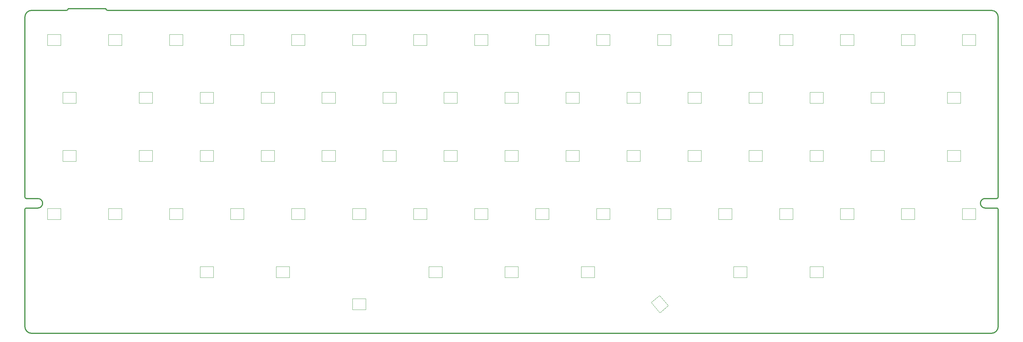
<source format=gm1>
%TF.GenerationSoftware,KiCad,Pcbnew,(6.0.0-0)*%
%TF.CreationDate,2022-01-09T21:23:33+09:00*%
%TF.ProjectId,nora,6e6f7261-2e6b-4696-9361-645f70636258,DN:0031*%
%TF.SameCoordinates,Original*%
%TF.FileFunction,Profile,NP*%
%FSLAX46Y46*%
G04 Gerber Fmt 4.6, Leading zero omitted, Abs format (unit mm)*
G04 Created by KiCad (PCBNEW (6.0.0-0)) date 2022-01-09 21:23:33*
%MOMM*%
%LPD*%
G01*
G04 APERTURE LIST*
%TA.AperFunction,Profile*%
%ADD10C,0.300000*%
%TD*%
%TA.AperFunction,Profile*%
%ADD11C,0.120000*%
%TD*%
G04 APERTURE END LIST*
D10*
X303800000Y-80450000D02*
X307200000Y-80450000D01*
X307600000Y-77250000D02*
X307600000Y-24550000D01*
X23000000Y-80450000D02*
X26400000Y-80450000D01*
X35300000Y-22050000D02*
X46300000Y-22050000D01*
X303800000Y-77650000D02*
X307200000Y-77650000D01*
X305600000Y-117150000D02*
X24600000Y-117150000D01*
X26400000Y-77650000D02*
X23000000Y-77650000D01*
X22600000Y-77250000D02*
X22600000Y-24550000D01*
X307600000Y-80850000D02*
X307600000Y-115150000D01*
X305600000Y-22550000D02*
X46800000Y-22550000D01*
X24600000Y-22550000D02*
X34800000Y-22550000D01*
X22600000Y-115150000D02*
X22600000Y-80850000D01*
X303800000Y-77650000D02*
G75*
G03*
X302400000Y-79050000I2J-1400002D01*
G01*
X26400000Y-80450000D02*
G75*
G03*
X27800000Y-79050000I-2J1400002D01*
G01*
X307600000Y-24550000D02*
G75*
G03*
X305600000Y-22550000I-1999999J1D01*
G01*
X302400000Y-79050000D02*
G75*
G03*
X303800000Y-80450000I1400002J2D01*
G01*
X46300000Y-22050000D02*
G75*
G03*
X46800000Y-22550000I500001J1D01*
G01*
X22600000Y-115150000D02*
G75*
G03*
X24600000Y-117150000I1999999J-1D01*
G01*
X307200000Y-77650000D02*
G75*
G03*
X307600000Y-77250000I1J399999D01*
G01*
X22600000Y-77250000D02*
G75*
G03*
X23000000Y-77650000I399999J-1D01*
G01*
X27800000Y-79050000D02*
G75*
G03*
X26400000Y-77650000I-1400002J-2D01*
G01*
X34800000Y-22550000D02*
G75*
G03*
X35300000Y-22050000I-1J500001D01*
G01*
X305600000Y-117150000D02*
G75*
G03*
X307600000Y-115150000I1J1999999D01*
G01*
X307600000Y-80850000D02*
G75*
G03*
X307200000Y-80450000I-399999J1D01*
G01*
X24600000Y-22550000D02*
G75*
G03*
X22600000Y-24550000I-1J-1999999D01*
G01*
X23000000Y-80450000D02*
G75*
G03*
X22600000Y-80850000I-1J-399999D01*
G01*
D11*
X33129672Y-29575520D02*
X33129672Y-32775520D01*
X29229672Y-32775520D02*
X29229672Y-29575520D01*
X29229672Y-29575520D02*
X33129672Y-29575520D01*
X33129672Y-32775520D02*
X29229672Y-32775520D01*
X47084333Y-29575520D02*
X50984333Y-29575520D01*
X50984333Y-32775520D02*
X47084333Y-32775520D01*
X50984333Y-29575520D02*
X50984333Y-32775520D01*
X47084333Y-32775520D02*
X47084333Y-29575520D01*
X68843666Y-29575520D02*
X68843666Y-32775520D01*
X64943666Y-29575520D02*
X68843666Y-29575520D01*
X64943666Y-32775520D02*
X64943666Y-29575520D01*
X68843666Y-32775520D02*
X64943666Y-32775520D01*
X86702999Y-32775520D02*
X82802999Y-32775520D01*
X82802999Y-32775520D02*
X82802999Y-29575520D01*
X82802999Y-29575520D02*
X86702999Y-29575520D01*
X86702999Y-29575520D02*
X86702999Y-32775520D01*
X100662332Y-32775520D02*
X100662332Y-29575520D01*
X104562332Y-32775520D02*
X100662332Y-32775520D01*
X100662332Y-29575520D02*
X104562332Y-29575520D01*
X104562332Y-29575520D02*
X104562332Y-32775520D01*
X118521665Y-29575520D02*
X122421665Y-29575520D01*
X118521665Y-32775520D02*
X118521665Y-29575520D01*
X122421665Y-29575520D02*
X122421665Y-32775520D01*
X122421665Y-32775520D02*
X118521665Y-32775520D01*
X140280998Y-32775520D02*
X136380998Y-32775520D01*
X140280998Y-29575520D02*
X140280998Y-32775520D01*
X136380998Y-29575520D02*
X140280998Y-29575520D01*
X136380998Y-32775520D02*
X136380998Y-29575520D01*
X172099930Y-32775520D02*
X172099930Y-29575520D01*
X175999930Y-32775520D02*
X172099930Y-32775520D01*
X172099930Y-29575520D02*
X175999930Y-29575520D01*
X175999930Y-29575520D02*
X175999930Y-32775520D01*
X193859306Y-32775520D02*
X189959306Y-32775520D01*
X193859306Y-29575520D02*
X193859306Y-32775520D01*
X189959306Y-32775520D02*
X189959306Y-29575520D01*
X189959306Y-29575520D02*
X193859306Y-29575520D01*
X207818682Y-32775520D02*
X207818682Y-29575520D01*
X211718682Y-29575520D02*
X211718682Y-32775520D01*
X207818682Y-29575520D02*
X211718682Y-29575520D01*
X211718682Y-32775520D02*
X207818682Y-32775520D01*
X229578058Y-32775520D02*
X225678058Y-32775520D01*
X225678058Y-29575520D02*
X229578058Y-29575520D01*
X225678058Y-32775520D02*
X225678058Y-29575520D01*
X229578058Y-29575520D02*
X229578058Y-32775520D01*
X247442185Y-32775520D02*
X243542185Y-32775520D01*
X243542185Y-32775520D02*
X243542185Y-29575520D01*
X243542185Y-29575520D02*
X247442185Y-29575520D01*
X247442185Y-29575520D02*
X247442185Y-32775520D01*
X265296810Y-29575520D02*
X265296810Y-32775520D01*
X265296810Y-32775520D02*
X261396810Y-32775520D01*
X261396810Y-29575520D02*
X265296810Y-29575520D01*
X261396810Y-32775520D02*
X261396810Y-29575520D01*
X154240554Y-29575520D02*
X158140554Y-29575520D01*
X158140554Y-32775520D02*
X154240554Y-32775520D01*
X154240554Y-32775520D02*
X154240554Y-29575520D01*
X158140554Y-29575520D02*
X158140554Y-32775520D01*
X274226306Y-46575520D02*
X274226306Y-49775520D01*
X270326306Y-49775520D02*
X270326306Y-46575520D01*
X274226306Y-49775520D02*
X270326306Y-49775520D01*
X270326306Y-46575520D02*
X274226306Y-46575520D01*
X252466946Y-49775520D02*
X252466946Y-46575520D01*
X256366946Y-49775520D02*
X252466946Y-49775520D01*
X256366946Y-46575520D02*
X256366946Y-49775520D01*
X252466946Y-46575520D02*
X256366946Y-46575520D01*
X234607586Y-46575520D02*
X238507586Y-46575520D01*
X238507586Y-46575520D02*
X238507586Y-49775520D01*
X234607586Y-49775520D02*
X234607586Y-46575520D01*
X238507586Y-49775520D02*
X234607586Y-49775520D01*
X216748226Y-46575520D02*
X220648226Y-46575520D01*
X220648226Y-49775520D02*
X216748226Y-49775520D01*
X216748226Y-49775520D02*
X216748226Y-46575520D01*
X220648226Y-46575520D02*
X220648226Y-49775520D01*
X184929506Y-46575520D02*
X184929506Y-49775520D01*
X184929506Y-49775520D02*
X181029506Y-49775520D01*
X181029506Y-46575520D02*
X184929506Y-46575520D01*
X181029506Y-49775520D02*
X181029506Y-46575520D01*
X163170242Y-46575520D02*
X167070242Y-46575520D01*
X167070242Y-46575520D02*
X167070242Y-49775520D01*
X167070242Y-49775520D02*
X163170242Y-49775520D01*
X163170242Y-49775520D02*
X163170242Y-46575520D01*
X127451490Y-46575520D02*
X131351490Y-46575520D01*
X131351490Y-46575520D02*
X131351490Y-49775520D01*
X127451490Y-49775520D02*
X127451490Y-46575520D01*
X131351490Y-49775520D02*
X127451490Y-49775520D01*
X109592114Y-49775520D02*
X109592114Y-46575520D01*
X113492114Y-46575520D02*
X113492114Y-49775520D01*
X113492114Y-49775520D02*
X109592114Y-49775520D01*
X109592114Y-46575520D02*
X113492114Y-46575520D01*
X95632738Y-49775520D02*
X91732738Y-49775520D01*
X91732738Y-46575520D02*
X95632738Y-46575520D01*
X95632738Y-46575520D02*
X95632738Y-49775520D01*
X91732738Y-49775520D02*
X91732738Y-46575520D01*
X73873362Y-46575520D02*
X77773362Y-46575520D01*
X73873362Y-49775520D02*
X73873362Y-46575520D01*
X77773362Y-49775520D02*
X73873362Y-49775520D01*
X77773362Y-46575520D02*
X77773362Y-49775520D01*
X56013986Y-49775520D02*
X56013986Y-46575520D01*
X59913986Y-49775520D02*
X56013986Y-49775520D01*
X56013986Y-46575520D02*
X59913986Y-46575520D01*
X59913986Y-46575520D02*
X59913986Y-49775520D01*
X37589786Y-66775520D02*
X33689786Y-66775520D01*
X33689786Y-66775520D02*
X33689786Y-63575520D01*
X37589786Y-63575520D02*
X37589786Y-66775520D01*
X33689786Y-63575520D02*
X37589786Y-63575520D01*
X56013986Y-66775520D02*
X56013986Y-63575520D01*
X56013986Y-63575520D02*
X59913986Y-63575520D01*
X59913986Y-63575520D02*
X59913986Y-66775520D01*
X59913986Y-66775520D02*
X56013986Y-66775520D01*
X73873346Y-66775520D02*
X73873346Y-63575520D01*
X73873346Y-63575520D02*
X77773346Y-63575520D01*
X77773346Y-66775520D02*
X73873346Y-66775520D01*
X77773346Y-63575520D02*
X77773346Y-66775520D01*
X91732706Y-63575520D02*
X95632706Y-63575520D01*
X91732706Y-66775520D02*
X91732706Y-63575520D01*
X95632706Y-63575520D02*
X95632706Y-66775520D01*
X95632706Y-66775520D02*
X91732706Y-66775520D01*
X109592066Y-63575520D02*
X113492066Y-63575520D01*
X113492066Y-63575520D02*
X113492066Y-66775520D01*
X109592066Y-66775520D02*
X109592066Y-63575520D01*
X113492066Y-66775520D02*
X109592066Y-66775520D01*
X145310866Y-66775520D02*
X145310866Y-63575520D01*
X149210866Y-66775520D02*
X145310866Y-66775520D01*
X145310866Y-63575520D02*
X149210866Y-63575520D01*
X149210866Y-63575520D02*
X149210866Y-66775520D01*
X167070242Y-63575520D02*
X167070242Y-66775520D01*
X163170242Y-63575520D02*
X167070242Y-63575520D01*
X167070242Y-66775520D02*
X163170242Y-66775520D01*
X163170242Y-66775520D02*
X163170242Y-63575520D01*
X184929506Y-66775520D02*
X181029506Y-66775520D01*
X181029506Y-66775520D02*
X181029506Y-63575520D01*
X184929506Y-63575520D02*
X184929506Y-66775520D01*
X181029506Y-63575520D02*
X184929506Y-63575520D01*
X202788866Y-66775520D02*
X198888866Y-66775520D01*
X202788866Y-63575520D02*
X202788866Y-66775520D01*
X198888866Y-63575520D02*
X202788866Y-63575520D01*
X198888866Y-66775520D02*
X198888866Y-63575520D01*
X234612497Y-66775520D02*
X234612497Y-63575520D01*
X238512497Y-66775520D02*
X234612497Y-66775520D01*
X234612497Y-63575520D02*
X238512497Y-63575520D01*
X238512497Y-63575520D02*
X238512497Y-66775520D01*
X256371873Y-63575520D02*
X256371873Y-66775520D01*
X256371873Y-66775520D02*
X252471873Y-66775520D01*
X252471873Y-63575520D02*
X256371873Y-63575520D01*
X252471873Y-66775520D02*
X252471873Y-63575520D01*
X274231249Y-66775520D02*
X270331249Y-66775520D01*
X270331249Y-66775520D02*
X270331249Y-63575520D01*
X274231249Y-63575520D02*
X274231249Y-66775520D01*
X270331249Y-63575520D02*
X274231249Y-63575520D01*
X297115346Y-80575520D02*
X301015346Y-80575520D01*
X297115346Y-83775520D02*
X297115346Y-80575520D01*
X301015346Y-80575520D02*
X301015346Y-83775520D01*
X301015346Y-83775520D02*
X297115346Y-83775520D01*
X283155986Y-80575520D02*
X283155986Y-83775520D01*
X283155986Y-83775520D02*
X279255986Y-83775520D01*
X279255986Y-83775520D02*
X279255986Y-80575520D01*
X279255986Y-80575520D02*
X283155986Y-80575520D01*
X265296626Y-83775520D02*
X261396626Y-83775520D01*
X261396626Y-83775520D02*
X261396626Y-80575520D01*
X265296626Y-80575520D02*
X265296626Y-83775520D01*
X261396626Y-80575520D02*
X265296626Y-80575520D01*
X243537266Y-80575520D02*
X247437266Y-80575520D01*
X247437266Y-83775520D02*
X243537266Y-83775520D01*
X247437266Y-80575520D02*
X247437266Y-83775520D01*
X243537266Y-83775520D02*
X243537266Y-80575520D01*
X229577906Y-83775520D02*
X225677906Y-83775520D01*
X225677906Y-80575520D02*
X229577906Y-80575520D01*
X225677906Y-83775520D02*
X225677906Y-80575520D01*
X229577906Y-80575520D02*
X229577906Y-83775520D01*
X189959186Y-80575520D02*
X193859186Y-80575520D01*
X189959186Y-83775520D02*
X189959186Y-80575520D01*
X193859186Y-80575520D02*
X193859186Y-83775520D01*
X193859186Y-83775520D02*
X189959186Y-83775520D01*
X176004680Y-83775520D02*
X172104680Y-83775520D01*
X176004680Y-80575520D02*
X176004680Y-83775520D01*
X172104680Y-80575520D02*
X176004680Y-80575520D01*
X172104680Y-83775520D02*
X172104680Y-80575520D01*
X158140554Y-80575520D02*
X158140554Y-83775520D01*
X154240554Y-83775520D02*
X154240554Y-80575520D01*
X158140554Y-83775520D02*
X154240554Y-83775520D01*
X154240554Y-80575520D02*
X158140554Y-80575520D01*
X136381178Y-83775520D02*
X136381178Y-80575520D01*
X136381178Y-80575520D02*
X140281178Y-80575520D01*
X140281178Y-80575520D02*
X140281178Y-83775520D01*
X140281178Y-83775520D02*
X136381178Y-83775520D01*
X122421802Y-80575520D02*
X122421802Y-83775520D01*
X118521802Y-83775520D02*
X118521802Y-80575520D01*
X122421802Y-83775520D02*
X118521802Y-83775520D01*
X118521802Y-80575520D02*
X122421802Y-80575520D01*
X104562426Y-80575520D02*
X104562426Y-83775520D01*
X104562426Y-83775520D02*
X100662426Y-83775520D01*
X100662426Y-80575520D02*
X104562426Y-80575520D01*
X100662426Y-83775520D02*
X100662426Y-80575520D01*
X86703050Y-80575520D02*
X86703050Y-83775520D01*
X86703050Y-83775520D02*
X82803050Y-83775520D01*
X82803050Y-83775520D02*
X82803050Y-80575520D01*
X82803050Y-80575520D02*
X86703050Y-80575520D01*
X68843674Y-83775520D02*
X64943674Y-83775520D01*
X64943674Y-80575520D02*
X68843674Y-80575520D01*
X64943674Y-83775520D02*
X64943674Y-80575520D01*
X68843674Y-80575520D02*
X68843674Y-83775520D01*
X100102332Y-97575520D02*
X100102332Y-100775520D01*
X96202332Y-97575520D02*
X100102332Y-97575520D01*
X100102332Y-100775520D02*
X96202332Y-100775520D01*
X96202332Y-100775520D02*
X96202332Y-97575520D01*
X122426552Y-110175520D02*
X118526552Y-110175520D01*
X122426552Y-106975520D02*
X122426552Y-110175520D01*
X118526552Y-106975520D02*
X122426552Y-106975520D01*
X118526552Y-110175520D02*
X118526552Y-106975520D01*
X144750772Y-97575520D02*
X144750772Y-100775520D01*
X140850772Y-97575520D02*
X144750772Y-97575520D01*
X140850772Y-100775520D02*
X140850772Y-97575520D01*
X144750772Y-100775520D02*
X140850772Y-100775520D01*
X167070242Y-100775520D02*
X163170242Y-100775520D01*
X163170242Y-100775520D02*
X163170242Y-97575520D01*
X163170242Y-97575520D02*
X167070242Y-97575520D01*
X167070242Y-97575520D02*
X167070242Y-100775520D01*
X210952539Y-109040846D02*
X208501197Y-111097767D01*
X208445667Y-106053273D02*
X210952539Y-109040846D01*
X205994325Y-108110194D02*
X208445667Y-106053273D01*
X208501197Y-111097767D02*
X205994325Y-108110194D01*
X230142902Y-100775520D02*
X230142902Y-97575520D01*
X234042902Y-97575520D02*
X234042902Y-100775520D01*
X234042902Y-100775520D02*
X230142902Y-100775520D01*
X230142902Y-97575520D02*
X234042902Y-97575520D01*
X185494462Y-97575520D02*
X189394462Y-97575520D01*
X185494462Y-100775520D02*
X185494462Y-97575520D01*
X189394462Y-97575520D02*
X189394462Y-100775520D01*
X189394462Y-100775520D02*
X185494462Y-100775520D01*
X296550506Y-46575520D02*
X296550506Y-49775520D01*
X296550506Y-49775520D02*
X292650506Y-49775520D01*
X292650506Y-49775520D02*
X292650506Y-46575520D01*
X292650506Y-46575520D02*
X296550506Y-46575520D01*
X145310866Y-46575520D02*
X149210866Y-46575520D01*
X149210866Y-49775520D02*
X145310866Y-49775520D01*
X149210866Y-46575520D02*
X149210866Y-49775520D01*
X145310866Y-49775520D02*
X145310866Y-46575520D01*
X77778112Y-97575520D02*
X77778112Y-100775520D01*
X73878112Y-100775520D02*
X73878112Y-97575520D01*
X77778112Y-100775520D02*
X73878112Y-100775520D01*
X73878112Y-97575520D02*
X77778112Y-97575520D01*
X211718546Y-83775520D02*
X207818546Y-83775520D01*
X211718546Y-80575520D02*
X211718546Y-83775520D01*
X207818546Y-80575520D02*
X211718546Y-80575520D01*
X207818546Y-83775520D02*
X207818546Y-80575520D01*
X202788866Y-46575520D02*
X202788866Y-49775520D01*
X202788866Y-49775520D02*
X198888866Y-49775520D01*
X198888866Y-46575520D02*
X202788866Y-46575520D01*
X198888866Y-49775520D02*
X198888866Y-46575520D01*
X127451426Y-63575520D02*
X131351426Y-63575520D01*
X127451426Y-66775520D02*
X127451426Y-63575520D01*
X131351426Y-63575520D02*
X131351426Y-66775520D01*
X131351426Y-66775520D02*
X127451426Y-66775520D01*
X220653121Y-66775520D02*
X216753121Y-66775520D01*
X220653121Y-63575520D02*
X220653121Y-66775520D01*
X216753121Y-66775520D02*
X216753121Y-63575520D01*
X216753121Y-63575520D02*
X220653121Y-63575520D01*
X283160937Y-29575520D02*
X283160937Y-32775520D01*
X283160937Y-32775520D02*
X279260937Y-32775520D01*
X279260937Y-32775520D02*
X279260937Y-29575520D01*
X279260937Y-29575520D02*
X283160937Y-29575520D01*
X256367122Y-100775520D02*
X252467122Y-100775520D01*
X252467122Y-97575520D02*
X256367122Y-97575520D01*
X256367122Y-97575520D02*
X256367122Y-100775520D01*
X252467122Y-100775520D02*
X252467122Y-97575520D01*
X33124922Y-83775520D02*
X29224922Y-83775520D01*
X33124922Y-80575520D02*
X33124922Y-83775520D01*
X29224922Y-83775520D02*
X29224922Y-80575520D01*
X29224922Y-80575520D02*
X33124922Y-80575520D01*
X50984298Y-83775520D02*
X47084298Y-83775520D01*
X47084298Y-83775520D02*
X47084298Y-80575520D01*
X47084298Y-80575520D02*
X50984298Y-80575520D01*
X50984298Y-80575520D02*
X50984298Y-83775520D01*
X296555469Y-66775520D02*
X292655469Y-66775520D01*
X292655469Y-63575520D02*
X296555469Y-63575520D01*
X296555469Y-63575520D02*
X296555469Y-66775520D01*
X292655469Y-66775520D02*
X292655469Y-63575520D01*
X33689766Y-46575520D02*
X37589766Y-46575520D01*
X37589766Y-49775520D02*
X33689766Y-49775520D01*
X37589766Y-46575520D02*
X37589766Y-49775520D01*
X33689766Y-49775520D02*
X33689766Y-46575520D01*
X297115562Y-32775520D02*
X297115562Y-29575520D01*
X301015562Y-32775520D02*
X297115562Y-32775520D01*
X301015562Y-29575520D02*
X301015562Y-32775520D01*
X297115562Y-29575520D02*
X301015562Y-29575520D01*
M02*

</source>
